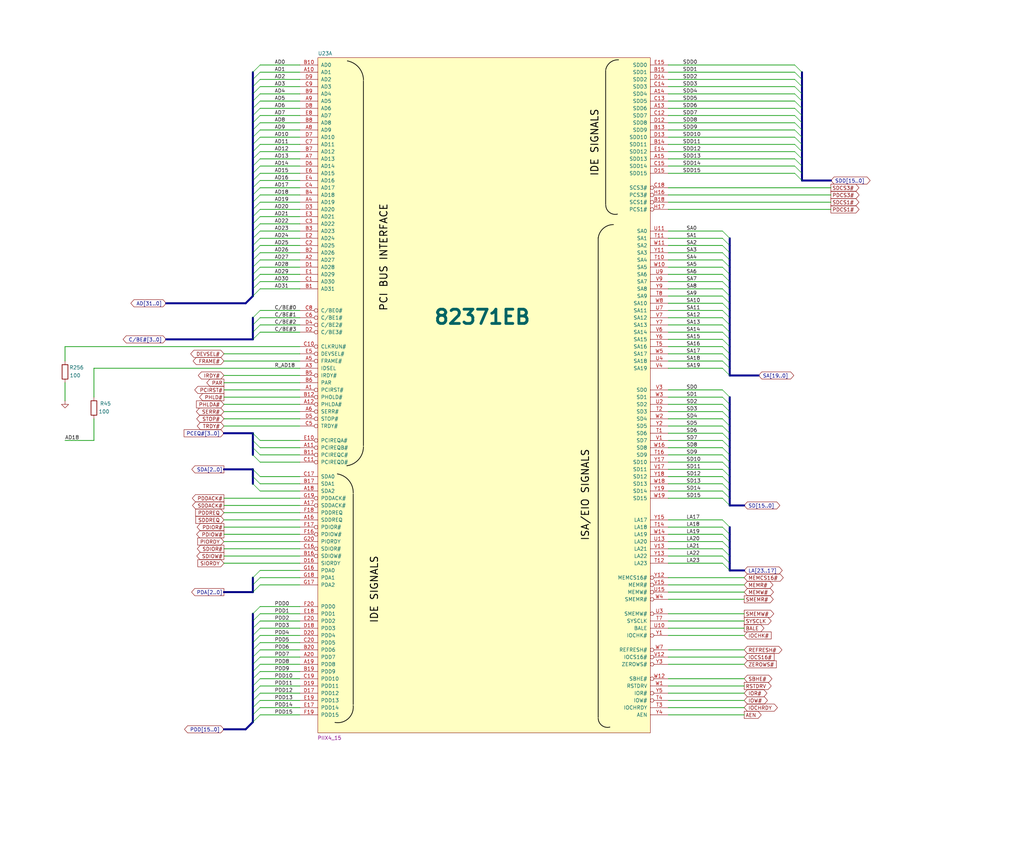
<source format=kicad_sch>
(kicad_sch (version 20241004) (generator "eeschema") (generator_version "8.99")
  (paper "User" 360 300)
  (title_block (title "82371EB (PART I)") (date "Thursday, April 09, 1998") (rev "1.0"))
  (lib_symbols
    (symbol "Device:R" (pin_numbers (hide yes)) (pin_names (offset 0))
      (property "Reference" "R" (at 2.032 0 90))
      (property "Value" "R" (at 0 0 90))
      (symbol "R_1_1"
        (pin passive line (at 0 3.81 270) (length 1.27) (name "~") (number "1"))
        (pin passive line (at 0 -3.81 90) (length 1.27) (name "~") (number "2"))
      )
    )
    (symbol "PIIX4_82371EB_1" (pin_names (offset 1.016))
      (property "Reference" "U" (at -57.15 -123.444 0))
      (symbol "PIIX4_82371EB_1_1_1"
        (text "IDE SIGNALS\n" (at -38.608 -70.104 900) (effects (font (size 2.54 2.54) (thickness 0.3175))))
        (text "PCI BUS INTERFACE" (at -35.306 46.736 900) (effects (font (size 2.54 2.54) (thickness 0.3175))))
        (text "ISA/EIO SIGNALS" (at 35.56 -36.83 900) (effects (font (size 2.54 2.54) (thickness 0.3175))))
        (text "IDE SIGNALS\n" (at 38.862 87.122 900) (effects (font (size 2.54 2.54) (thickness 0.3175))))
        (pin bidirectional line (at -64.77 114.3 0) (length 6.35) (name "AD0") (number "B10"))
        (pin bidirectional line (at -64.77 111.76 0) (length 6.35) (name "AD1") (number "A10"))
        (pin bidirectional line (at -64.77 109.22 0) (length 6.35) (name "AD2") (number "D9"))
        (pin bidirectional line (at -64.77 106.68 0) (length 6.35) (name "AD3") (number "C9"))
        (pin bidirectional line (at -64.77 104.14 0) (length 6.35) (name "AD4") (number "B9"))
        (pin bidirectional line (at -64.77 101.6 0) (length 6.35) (name "AD5") (number "A9"))
        (pin bidirectional line (at -64.77 99.06 0) (length 6.35) (name "AD6") (number "D8"))
        (pin bidirectional line (at -64.77 96.52 0) (length 6.35) (name "AD7") (number "E8"))
        (pin bidirectional line (at -64.77 93.98 0) (length 6.35) (name "AD8") (number "B8"))
        (pin bidirectional line (at -64.77 91.44 0) (length 6.35) (name "AD9") (number "A8"))
        (pin bidirectional line (at -64.77 88.9 0) (length 6.35) (name "AD10") (number "D7"))
        (pin bidirectional line (at -64.77 86.36 0) (length 6.35) (name "AD11") (number "C7"))
        (pin bidirectional line (at -64.77 83.82 0) (length 6.35) (name "AD12") (number "B7"))
        (pin bidirectional line (at -64.77 81.28 0) (length 6.35) (name "AD13") (number "A7"))
        (pin bidirectional line (at -64.77 78.74 0) (length 6.35) (name "AD14") (number "D6"))
        (pin bidirectional line (at -64.77 76.2 0) (length 6.35) (name "AD15") (number "E6"))
        (pin bidirectional line (at -64.77 73.66 0) (length 6.35) (name "AD16") (number "E4"))
        (pin bidirectional line (at -64.77 71.12 0) (length 6.35) (name "AD17") (number "C4"))
        (pin bidirectional line (at -64.77 68.58 0) (length 6.35) (name "AD18") (number "B4"))
        (pin bidirectional line (at -64.77 66.04 0) (length 6.35) (name "AD19") (number "A4"))
        (pin bidirectional line (at -64.77 63.5 0) (length 6.35) (name "AD20") (number "D3"))
        (pin bidirectional line (at -64.77 60.96 0) (length 6.35) (name "AD21") (number "E3"))
        (pin bidirectional line (at -64.77 58.42 0) (length 6.35) (name "AD22") (number "C3"))
        (pin bidirectional line (at -64.77 55.88 0) (length 6.35) (name "AD23") (number "B3"))
        (pin bidirectional line (at -64.77 53.34 0) (length 6.35) (name "AD24") (number "E2"))
        (pin bidirectional line (at -64.77 50.8 0) (length 6.35) (name "AD25") (number "C2"))
        (pin bidirectional line (at -64.77 48.26 0) (length 6.35) (name "AD26") (number "B2"))
        (pin bidirectional line (at -64.77 45.72 0) (length 6.35) (name "AD27") (number "A2"))
        (pin bidirectional line (at -64.77 43.18 0) (length 6.35) (name "AD28") (number "D1"))
        (pin bidirectional line (at -64.77 40.64 0) (length 6.35) (name "AD29") (number "E1"))
        (pin bidirectional line (at -64.77 38.1 0) (length 6.35) (name "AD30") (number "C1"))
        (pin bidirectional line (at -64.77 35.56 0) (length 6.35) (name "AD31") (number "B1"))
        (pin bidirectional inverted (at -64.77 27.94 0) (length 6.35) (name "C/BE0#") (number "C8"))
        (pin bidirectional inverted (at -64.77 25.4 0) (length 6.35) (name "C/BE1#") (number "C6"))
        (pin bidirectional inverted (at -64.77 22.86 0) (length 6.35) (name "C/BE2#") (number "D4"))
        (pin bidirectional inverted (at -64.77 20.32 0) (length 6.35) (name "C/BE3#") (number "D2"))
        (pin bidirectional inverted (at -64.77 15.24 0) (length 6.35) (name "CLKRUN#") (number "C10"))
        (pin bidirectional inverted (at -64.77 12.7 0) (length 6.35) (name "DEVSEL#") (number "E5"))
        (pin bidirectional inverted (at -64.77 10.16 0) (length 6.35) (name "FRAME#") (number "A5"))
        (pin input line (at -64.77 7.62 0) (length 6.35) (name "IDSEL") (number "A3"))
        (pin bidirectional inverted (at -64.77 5.08 0) (length 6.35) (name "IRDY#") (number "B5"))
        (pin output line (at -64.77 2.54 0) (length 6.35) (name "PAR") (number "B6"))
        (pin output inverted (at -64.77 0 0) (length 6.35) (name "PCIRST#") (number "A1"))
        (pin output inverted (at -64.77 -2.54 0) (length 6.35) (name "PHOLD#") (number "B12"))
        (pin input inverted (at -64.77 -5.08 0) (length 6.35) (name "PHLDA#") (number "A12"))
        (pin bidirectional inverted (at -64.77 -7.62 0) (length 6.35) (name "SERR#") (number "A6"))
        (pin bidirectional inverted (at -64.77 -10.16 0) (length 6.35) (name "STOP#") (number "D5"))
        (pin bidirectional inverted (at -64.77 -12.7 0) (length 6.35) (name "TRDY#") (number "C5"))
        (pin input inverted (at -64.77 -17.78 0) (length 6.35) (name "PCIREQA#") (number "E10"))
        (pin input inverted (at -64.77 -20.32 0) (length 6.35) (name "PCIREQB#") (number "A11"))
        (pin input inverted (at -64.77 -22.86 0) (length 6.35) (name "PCIREQC#") (number "B11"))
        (pin input inverted (at -64.77 -25.4 0) (length 6.35) (name "PCIREQD#") (number "C11"))
        (pin output line (at -64.77 -30.48 0) (length 6.35) (name "SDA0") (number "C17"))
        (pin output line (at -64.77 -33.02 0) (length 6.35) (name "SDA1") (number "B17"))
        (pin output line (at -64.77 -35.56 0) (length 6.35) (name "SDA2") (number "A18"))
        (pin output inverted (at -64.77 -38.1 0) (length 6.35) (name "PDDACK#") (number "G19"))
        (pin output inverted (at -64.77 -40.64 0) (length 6.35) (name "SDDACK#") (number "A17"))
        (pin input line (at -64.77 -43.18 0) (length 6.35) (name "PDDREQ") (number "F18"))
        (pin input line (at -64.77 -45.72 0) (length 6.35) (name "SDDREQ") (number "A16"))
        (pin output inverted (at -64.77 -48.26 0) (length 6.35) (name "PDIOR#") (number "F17"))
        (pin output inverted (at -64.77 -50.8 0) (length 6.35) (name "PDIOW#") (number "F16"))
        (pin input line (at -64.77 -53.34 0) (length 6.35) (name "PIORDY") (number "G20"))
        (pin output inverted (at -64.77 -55.88 0) (length 6.35) (name "SDIOR#") (number "C16"))
        (pin output inverted (at -64.77 -58.42 0) (length 6.35) (name "SDIOW#") (number "B16"))
        (pin input line (at -64.77 -60.96 0) (length 6.35) (name "SIORDY") (number "D16"))
        (pin output line (at -64.77 -63.5 0) (length 6.35) (name "PDA0") (number "G16"))
        (pin output line (at -64.77 -66.04 0) (length 6.35) (name "PDA1") (number "G18"))
        (pin output line (at -64.77 -68.58 0) (length 6.35) (name "PDA2") (number "G17"))
        (pin bidirectional line (at -64.77 -76.2 0) (length 6.35) (name "PDD0") (number "F20"))
        (pin bidirectional line (at -64.77 -78.74 0) (length 6.35) (name "PDD1") (number "E18"))
        (pin bidirectional line (at -64.77 -81.28 0) (length 6.35) (name "PDD2") (number "E20"))
        (pin bidirectional line (at -64.77 -83.82 0) (length 6.35) (name "PDD3") (number "D18"))
        (pin bidirectional line (at -64.77 -86.36 0) (length 6.35) (name "PDD4") (number "D20"))
        (pin bidirectional line (at -64.77 -88.9 0) (length 6.35) (name "PDD5") (number "C20"))
        (pin bidirectional line (at -64.77 -91.44 0) (length 6.35) (name "PDD6") (number "B20"))
        (pin bidirectional line (at -64.77 -93.98 0) (length 6.35) (name "PDD7") (number "A20"))
        (pin bidirectional line (at -64.77 -96.52 0) (length 6.35) (name "PDD8") (number "A19"))
        (pin bidirectional line (at -64.77 -99.06 0) (length 6.35) (name "PDD9") (number "B19"))
        (pin bidirectional line (at -64.77 -101.6 0) (length 6.35) (name "PDD10") (number "C19"))
        (pin bidirectional line (at -64.77 -104.14 0) (length 6.35) (name "PDD11") (number "D19"))
        (pin bidirectional line (at -64.77 -106.68 0) (length 6.35) (name "PDD12") (number "D17"))
        (pin bidirectional line (at -64.77 -109.22 0) (length 6.35) (name "PDD13") (number "E19"))
        (pin bidirectional line (at -64.77 -111.76 0) (length 6.35) (name "PDD14") (number "E17"))
        (pin bidirectional line (at -64.77 -114.3 0) (length 6.35) (name "PDD15") (number "F19"))
        (pin bidirectional line (at 64.77 114.3 180) (length 6.35) (name "SDD0") (number "E15"))
        (pin bidirectional line (at 64.77 111.76 180) (length 6.35) (name "SDD1") (number "B15"))
        (pin bidirectional line (at 64.77 109.22 180) (length 6.35) (name "SDD2") (number "D14"))
        (pin bidirectional line (at 64.77 106.68 180) (length 6.35) (name "SDD3") (number "C14"))
        (pin bidirectional line (at 64.77 104.14 180) (length 6.35) (name "SDD4") (number "A14"))
        (pin bidirectional line (at 64.77 101.6 180) (length 6.35) (name "SDD5") (number "C13"))
        (pin bidirectional line (at 64.77 99.06 180) (length 6.35) (name "SDD6") (number "A13"))
        (pin bidirectional line (at 64.77 96.52 180) (length 6.35) (name "SDD7") (number "C12"))
        (pin bidirectional line (at 64.77 93.98 180) (length 6.35) (name "SDD8") (number "D12"))
        (pin bidirectional line (at 64.77 91.44 180) (length 6.35) (name "SDD9") (number "B13"))
        (pin bidirectional line (at 64.77 88.9 180) (length 6.35) (name "SDD10") (number "D13"))
        (pin bidirectional line (at 64.77 86.36 180) (length 6.35) (name "SDD11") (number "B14"))
        (pin bidirectional line (at 64.77 83.82 180) (length 6.35) (name "SDD12") (number "E14"))
        (pin bidirectional line (at 64.77 81.28 180) (length 6.35) (name "SDD13") (number "A15"))
        (pin bidirectional line (at 64.77 78.74 180) (length 6.35) (name "SDD14") (number "C15"))
        (pin bidirectional line (at 64.77 76.2 180) (length 6.35) (name "SDD15") (number "D15"))
        (pin output inverted (at 64.77 71.12 180) (length 6.35) (name "SCS3#") (number "C18"))
        (pin output inverted (at 64.77 68.58 180) (length 6.35) (name "PCS3#") (number "H16"))
        (pin output inverted (at 64.77 66.04 180) (length 6.35) (name "SCS1#") (number "B18"))
        (pin output inverted (at 64.77 63.5 180) (length 6.35) (name "PCS1#") (number "H17"))
        (pin bidirectional line (at 64.77 55.88 180) (length 6.35) (name "SA0") (number "U11"))
        (pin bidirectional line (at 64.77 53.34 180) (length 6.35) (name "SA1") (number "T11"))
        (pin bidirectional line (at 64.77 50.8 180) (length 6.35) (name "SA2") (number "W11"))
        (pin bidirectional line (at 64.77 48.26 180) (length 6.35) (name "SA3") (number "Y11"))
        (pin bidirectional line (at 64.77 45.72 180) (length 6.35) (name "SA4") (number "T10"))
        (pin bidirectional line (at 64.77 43.18 180) (length 6.35) (name "SA5") (number "W10"))
        (pin bidirectional line (at 64.77 40.64 180) (length 6.35) (name "SA6") (number "U9"))
        (pin bidirectional line (at 64.77 38.1 180) (length 6.35) (name "SA7") (number "V9"))
        (pin bidirectional line (at 64.77 35.56 180) (length 6.35) (name "SA8") (number "Y9"))
        (pin bidirectional line (at 64.77 33.02 180) (length 6.35) (name "SA9") (number "T8"))
        (pin bidirectional line (at 64.77 30.48 180) (length 6.35) (name "SA10") (number "W8"))
        (pin bidirectional line (at 64.77 27.94 180) (length 6.35) (name "SA11") (number "U7"))
        (pin bidirectional line (at 64.77 25.4 180) (length 6.35) (name "SA12") (number "V7"))
        (pin bidirectional line (at 64.77 22.86 180) (length 6.35) (name "SA13") (number "Y7"))
        (pin bidirectional line (at 64.77 20.32 180) (length 6.35) (name "SA14") (number "V6"))
        (pin bidirectional line (at 64.77 17.78 180) (length 6.35) (name "SA15") (number "Y6"))
        (pin bidirectional line (at 64.77 15.24 180) (length 6.35) (name "SA16") (number "T5"))
        (pin bidirectional line (at 64.77 12.7 180) (length 6.35) (name "SA17") (number "W5"))
        (pin bidirectional line (at 64.77 10.16 180) (length 6.35) (name "SA18") (number "U4"))
        (pin bidirectional line (at 64.77 7.62 180) (length 6.35) (name "SA19") (number "V4"))
        (pin bidirectional line (at 64.77 0 180) (length 6.35) (name "SD0") (number "V3"))
        (pin bidirectional line (at 64.77 -2.54 180) (length 6.35) (name "SD1") (number "W3"))
        (pin bidirectional line (at 64.77 -5.08 180) (length 6.35) (name "SD2") (number "U2"))
        (pin bidirectional line (at 64.77 -7.62 180) (length 6.35) (name "SD3") (number "T2"))
        (pin bidirectional line (at 64.77 -10.16 180) (length 6.35) (name "SD4") (number "W2"))
        (pin bidirectional line (at 64.77 -12.7 180) (length 6.35) (name "SD5") (number "Y2"))
        (pin bidirectional line (at 64.77 -15.24 180) (length 6.35) (name "SD6") (number "T1"))
        (pin bidirectional line (at 64.77 -17.78 180) (length 6.35) (name "SD7") (number "V1"))
        (pin bidirectional line (at 64.77 -20.32 180) (length 6.35) (name "SD8") (number "W16"))
        (pin bidirectional line (at 64.77 -22.86 180) (length 6.35) (name "SD9") (number "T16"))
        (pin bidirectional line (at 64.77 -25.4 180) (length 6.35) (name "SD10") (number "Y17"))
        (pin bidirectional line (at 64.77 -27.94 180) (length 6.35) (name "SD11") (number "V17"))
        (pin bidirectional line (at 64.77 -30.48 180) (length 6.35) (name "SD12") (number "Y18"))
        (pin bidirectional line (at 64.77 -33.02 180) (length 6.35) (name "SD13") (number "W18"))
        (pin bidirectional line (at 64.77 -35.56 180) (length 6.35) (name "SD14") (number "Y19"))
        (pin bidirectional line (at 64.77 -38.1 180) (length 6.35) (name "SD15") (number "W19"))
        (pin bidirectional line (at 64.77 -45.72 180) (length 6.35) (name "LA17") (number "Y15"))
        (pin bidirectional line (at 64.77 -48.26 180) (length 6.35) (name "LA18") (number "T14"))
        (pin bidirectional line (at 64.77 -50.8 180) (length 6.35) (name "LA19") (number "W14"))
        (pin bidirectional line (at 64.77 -53.34 180) (length 6.35) (name "LA20") (number "U13"))
        (pin bidirectional line (at 64.77 -55.88 180) (length 6.35) (name "LA21") (number "V13"))
        (pin bidirectional line (at 64.77 -58.42 180) (length 6.35) (name "LA22") (number "Y13"))
        (pin bidirectional line (at 64.77 -60.96 180) (length 6.35) (name "LA23") (number "T12"))
        (pin bidirectional inverted (at 64.77 -66.04 180) (length 6.35) (name "MEMCS16#") (number "Y12"))
        (pin bidirectional inverted (at 64.77 -68.58 180) (length 6.35) (name "MEMR#") (number "V15"))
        (pin bidirectional inverted (at 64.77 -71.12 180) (length 6.35) (name "MEMW#") (number "U15"))
        (pin output inverted (at 64.77 -73.66 180) (length 6.35) (name "SMEMR#") (number "W4"))
        (pin output inverted (at 64.77 -78.74 180) (length 6.35) (name "SMEMW#") (number "U3"))
        (pin output line (at 64.77 -81.28 180) (length 6.35) (name "SYSCLK") (number "T7"))
        (pin output line (at 64.77 -83.82 180) (length 6.35) (name "BALE") (number "U10"))
        (pin input inverted (at 64.77 -86.36 180) (length 6.35) (name "IOCHK#") (number "Y1"))
        (pin bidirectional inverted (at 64.77 -91.44 180) (length 6.35) (name "REFRESH#") (number "W7"))
        (pin input inverted (at 64.77 -93.98 180) (length 6.35) (name "IOCS16#") (number "V12"))
        (pin input inverted (at 64.77 -96.52 180) (length 6.35) (name "ZEROWS#") (number "Y3"))
        (pin bidirectional inverted (at 64.77 -101.6 180) (length 6.35) (name "SBHE#") (number "W12"))
        (pin output line (at 64.77 -104.14 180) (length 6.35) (name "RSTDRV") (number "W1"))
        (pin bidirectional inverted (at 64.77 -106.68 180) (length 6.35) (name "IOR#") (number "Y5"))
        (pin bidirectional inverted (at 64.77 -109.22 180) (length 6.35) (name "IOW#") (number "T4"))
        (pin bidirectional line (at 64.77 -111.76 180) (length 6.35) (name "IOCHRDY") (number "T3"))
        (pin output line (at 64.77 -114.3 180) (length 6.35) (name "AEN") (number "Y4"))
      )
      (symbol "PIIX4_82371EB_1_2_1"
        (text "IRQ SIGNALS" (at -29.718 13.462 900) (effects (font (size 2.54 2.54) (thickness 0.3175))))
        (text "CPU INTERFACE" (at -29.464 -37.592 900) (effects (font (size 2.54 2.54) (thickness 0.3175))))
        (text "DMA SIGNALS" (at -29.21 85.344 900) (effects (font (size 2.54 2.54) (thickness 0.3175))))
        (text "X-BUS" (at -24.638 -72.136 900) (effects (font (size 2.54 2.54) (thickness 0.3175))))
        (text "POWER MANAGEMENT" (at 24.892 60.706 900) (effects (font (size 2.54 2.54) (thickness 0.3175))))
        (text "GPO/GPI/GPIO/SCAN" (at 36.576 -36.576 900) (effects (font (size 2.54 2.54) (thickness 0.3175))))
        (text "USB" (at 37.846 104.648 900) (effects (font (size 2.54 2.54) (thickness 0.3175))))
        (pin output inverted (at -60.96 111.76 0) (length 6.35) (name "DACK0#") (number "U14"))
        (pin output inverted (at -60.96 109.22 0) (length 6.35) (name "DACK1#") (number "W6"))
        (pin output inverted (at -60.96 106.68 0) (length 6.35) (name "DACK2#") (number "Y10"))
        (pin output inverted (at -60.96 104.14 0) (length 6.35) (name "DACK3#") (number "V5"))
        (pin output inverted (at -60.96 101.6 0) (length 6.35) (name "DACK5#") (number "T15"))
        (pin output inverted (at -60.96 99.06 0) (length 6.35) (name "DACK6#") (number "V16"))
        (pin output inverted (at -60.96 96.52 0) (length 6.35) (name "DACK7#") (number "W17"))
        (pin input line (at -60.96 91.44 0) (length 6.35) (name "DREQ0") (number "W15"))
        (pin input line (at -60.96 88.9 0) (length 6.35) (name "DREQ1") (number "U6"))
        (pin input line (at -60.96 86.36 0) (length 6.35) (name "DREQ2") (number "V2"))
        (pin input line (at -60.96 83.82 0) (length 6.35) (name "DREQ3") (number "U5"))
        (pin input line (at -60.96 81.28 0) (length 6.35) (name "DREQ5") (number "Y16"))
        (pin input line (at -60.96 78.74 0) (length 6.35) (name "DREQ6") (number "U16"))
        (pin input line (at -60.96 76.2 0) (length 6.35) (name "DREQ7") (number "U17"))
        (pin input inverted (at -60.96 71.12 0) (length 6.35) (name "REQA#/GPI2") (number "M1"))
        (pin input inverted (at -60.96 68.58 0) (length 6.35) (name "REQB#/GPI3") (number "N2"))
        (pin input inverted (at -60.96 66.04 0) (length 6.35) (name "REQC#/GPI4") (number "P3"))
        (pin output inverted (at -60.96 63.5 0) (length 6.35) (name "GNTA#/GPO9") (number "N1"))
        (pin output inverted (at -60.96 60.96 0) (length 6.35) (name "GNTB#/GPO10") (number "P2"))
        (pin output inverted (at -60.96 58.42 0) (length 6.35) (name "GNTC#/GPO11") (number "P4"))
        (pin output line (at -60.96 53.34 0) (length 6.35) (name "TC") (number "V10"))
        (pin output inverted (at -60.96 48.26 0) (length 6.35) (name "APICACK#/GPO12") (number "J17"))
        (pin output inverted (at -60.96 45.72 0) (length 6.35) (name "APICCS#/GPO13") (number "H18"))
        (pin input inverted (at -60.96 43.18 0) (length 6.35) (name "APICREQ#/GPI5") (number "K18"))
        (pin output line (at -60.96 35.56 0) (length 6.35) (name "IRQ0/GPO14") (number "H20"))
        (pin input line (at -60.96 33.02 0) (length 6.35) (name "IRQ1") (number "J20"))
        (pin input line (at -60.96 30.48 0) (length 6.35) (name "IRQ3") (number "T9"))
        (pin input line (at -60.96 27.94 0) (length 6.35) (name "IRQ4") (number "W9"))
        (pin input line (at -60.96 25.4 0) (length 6.35) (name "IRQ5") (number "U8"))
        (pin input line (at -60.96 22.86 0) (length 6.35) (name "IRQ6") (number "V8"))
        (pin input line (at -60.96 20.32 0) (length 6.35) (name "IRQ7") (number "Y8"))
        (pin bidirectional line (at -60.96 17.78 0) (length 6.35) (name "IRQ8/GPI6") (number "Y20"))
        (pin input line (at -60.96 15.24 0) (length 6.35) (name "IRQ9") (number "U1"))
        (pin input line (at -60.96 12.7 0) (length 6.35) (name "IRQ10") (number "U12"))
        (pin input line (at -60.96 10.16 0) (length 6.35) (name "IRQ11") (number "W13"))
        (pin input line (at -60.96 7.62 0) (length 6.35) (name "IRQ12") (number "T13"))
        (pin input line (at -60.96 5.08 0) (length 6.35) (name "IRQ14") (number "V14"))
        (pin input line (at -60.96 2.54 0) (length 6.35) (name "IRQ15") (number "Y14"))
        (pin bidirectional line (at -60.96 -2.54 0) (length 6.35) (name "SERIRQ/GPI7") (number "J19"))
        (pin bidirectional inverted (at -60.96 -5.08 0) (length 6.35) (name "PIRQA#") (number "R3"))
        (pin bidirectional inverted (at -60.96 -7.62 0) (length 6.35) (name "PIRQB#") (number "R4"))
        (pin bidirectional inverted (at -60.96 -10.16 0) (length 6.35) (name "PIRQC#") (number "P5"))
        (pin bidirectional inverted (at -60.96 -12.7 0) (length 6.35) (name "PIRQD#") (number "G1"))
        (pin output line (at -60.96 -20.32 0) (length 6.35) (name "CPURST") (number "M19"))
        (pin input inverted (at -60.96 -22.86 0) (length 6.35) (name "FERR#") (number "K19"))
        (pin output inverted (at -60.96 -25.4 0) (length 6.35) (name "IGNNE#") (number "L17"))
        (pin output line (at -60.96 -27.94 0) (length 6.35) (name "INIT") (number "L18"))
        (pin output line (at -60.96 -30.48 0) (length 6.35) (name "INTR") (number "L19"))
        (pin input line (at -60.96 -33.02 0) (length 6.35) (name "A20GATE") (number "P1"))
        (pin output line (at -60.96 -35.56 0) (length 6.35) (name "NMI") (number "L20"))
        (pin output inverted (at -60.96 -38.1 0) (length 6.35) (name "SMI#") (number "P20"))
        (pin input inverted (at -60.96 -43.18 0) (length 6.35) (name "RCIN#") (number "N20"))
        (pin output inverted (at -60.96 -45.72 0) (length 6.35) (name "A20M#") (number "M20"))
        (pin input line (at -60.96 -48.26 0) (length 6.35) (name "PWROK") (number "M18"))
        (pin output line (at -60.96 -50.8 0) (length 6.35) (name "SPKR") (number "K17"))
        (pin input inverted (at -60.96 -53.34 0) (length 6.35) (name "TEST#") (number "V18"))
        (pin output inverted (at -60.96 -66.04 0) (length 6.35) (name "XOE#") (number "M4"))
        (pin output inverted (at -60.96 -68.58 0) (length 6.35) (name "XDIR#") (number "M3"))
        (pin output inverted (at -60.96 -71.12 0) (length 6.35) (name "BIOSCS#") (number "M2"))
        (pin output line (at -60.96 -73.66 0) (length 6.35) (name "RTCALE/GP025") (number "L1"))
        (pin output inverted (at -60.96 -76.2 0) (length 6.35) (name "RTCCS#/GP024") (number "K2"))
        (pin output inverted (at -60.96 -78.74 0) (length 6.35) (name "KBCCS#/GP026") (number "K1"))
        (pin power_in line (at -60.96 -83.82 0) (length 6.35) (name "VBAT") (number "L16"))
        (pin bidirectional clock (at -60.96 -86.36 0) (length 6.35) (name "RTCX2") (number "R20"))
        (pin bidirectional clock (at -60.96 -88.9 0) (length 6.35) (name "RTCX1") (number "N19"))
        (pin input clock (at -60.96 -96.52 0) (length 6.35) (name "CLK48") (number "L3"))
        (pin input clock (at -60.96 -99.06 0) (length 6.35) (name "OSC") (number "V11"))
        (pin input clock (at -60.96 -101.6 0) (length 6.35) (name "PCICLK") (number "D11"))
        (pin power_in line (at -38.1 -118.11 90) (length 6.35) (name "VSS") (number "D10"))
        (pin power_in line (at -35.56 -118.11 90) (length 6.35) (name "VSS") (number "E7"))
        (pin power_in line (at -33.02 -118.11 90) (length 6.35) (name "VSS") (number "E13"))
        (pin power_in line (at -30.48 -118.11 90) (length 6.35) (name "VSS") (number "J9"))
        (pin power_in line (at -27.94 120.65 270) (length 6.35) (name "VCC") (number "F6"))
        (pin power_in line (at -27.94 -118.11 90) (length 6.35) (name "VSS") (number "J10"))
        (pin power_in line (at -25.4 120.65 270) (length 6.35) (name "VCC") (number "E11"))
        (pin power_in line (at -25.4 -118.11 90) (length 6.35) (name "VSS") (number "J11"))
        (pin power_in line (at -22.86 120.65 270) (length 6.35) (name "VCC") (number "F15"))
        (pin power_in line (at -22.86 -118.11 90) (length 6.35) (name "VSS") (number "J12"))
        (pin power_in line (at -20.32 120.65 270) (length 6.35) (name "VCC") (number "R6"))
        (pin power_in line (at -20.32 -118.11 90) (length 6.35) (name "VSS") (number "K9"))
        (pin power_in line (at -17.78 120.65 270) (length 6.35) (name "VCC") (number "R15"))
        (pin power_in line (at -17.78 -118.11 90) (length 6.35) (name "VSS") (number "K10"))
        (pin power_in line (at -15.24 -118.11 90) (length 6.35) (name "VSS") (number "K11"))
        (pin power_in line (at -12.7 120.65 270) (length 6.35) (name "VCC") (number "E9"))
        (pin power_in line (at -12.7 -118.11 90) (length 6.35) (name "VSS") (number "K12"))
        (pin power_in line (at -10.16 120.65 270) (length 6.35) (name "VCC") (number "E12"))
        (pin power_in line (at -10.16 -118.11 90) (length 6.35) (name "VSS") (number "L9"))
        (pin power_in line (at -7.62 120.65 270) (length 6.35) (name "VCC") (number "E16"))
        (pin power_in line (at -7.62 -118.11 90) (length 6.35) (name "VSS") (number "L10"))
        (pin power_in line (at -5.08 120.65 270) (length 6.35) (name "VCC") (number "F5"))
        (pin power_in line (at -5.08 -118.11 90) (length 6.35) (name "VSS") (number "L11"))
        (pin power_in line (at -2.54 120.65 270) (length 6.35) (name "VCC") (number "F14"))
        (pin power_in line (at -2.54 -118.11 90) (length 6.35) (name "VSS") (number "L12"))
        (pin power_in line (at 0 120.65 270) (length 6.35) (name "VCC") (number "G6"))
        (pin power_in line (at 0 -118.11 90) (length 6.35) (name "VSS") (number "M9"))
        (pin power_in line (at 2.54 120.65 270) (length 6.35) (name "VCC") (number "R7"))
        (pin power_in line (at 2.54 -118.11 90) (length 6.35) (name "VSS") (number "M10"))
        (pin power_in line (at 5.08 120.65 270) (length 6.35) (name "VCC") (number "P15"))
        (pin power_in line (at 5.08 -118.11 90) (length 6.35) (name "VSS") (number "M11"))
        (pin power_in line (at 7.62 120.65 270) (length 6.35) (name "VCC") (number "T6"))
        (pin power_in line (at 7.62 -118.11 90) (length 6.35) (name "VSS") (number "M12"))
        (pin power_in line (at 12.7 -118.11 90) (length 6.35) (name "VSS_USB") (number "J5"))
        (pin power_in line (at 15.24 120.65 270) (length 6.35) (name "VCC(SUS)") (number "R16"))
        (pin power_in line (at 17.78 120.65 270) (length 6.35) (name "VCC(SUS)") (number "N16"))
        (pin power_in line (at 20.32 120.65 270) (length 6.35) (name "VCC(USB)") (number "K5"))
        (pin bidirectional line (at 60.96 111.76 180) (length 6.35) (name "USBP1+") (number "F1"))
        (pin bidirectional line (at 60.96 109.22 180) (length 6.35) (name "USBP1-") (number "H2"))
        (pin bidirectional line (at 60.96 106.68 180) (length 6.35) (name "USBP0+") (number "G2"))
        (pin bidirectional line (at 60.96 104.14 180) (length 6.35) (name "USBP0-") (number "H3"))
        (pin input inverted (at 60.96 101.6 180) (length 6.35) (name "OC0#") (number "J1"))
        (pin input inverted (at 60.96 99.06 180) (length 6.35) (name "OC1#") (number "J2"))
        (pin bidirectional inverted (at 60.96 91.44 180) (length 6.35) (name "EXTSMI#") (number "V20"))
        (pin output inverted (at 60.96 88.9 180) (length 6.35) (name "SUSA#") (number "W20"))
        (pin output inverted (at 60.96 86.36 180) (length 6.35) (name "SUSB#") (number "V19"))
        (pin output inverted (at 60.96 83.82 180) (length 6.35) (name "SUSC#") (number "U18"))
        (pin output inverted (at 60.96 78.74 180) (length 6.35) (name "CPU_STP#") (number "R1"))
        (pin output inverted (at 60.96 76.2 180) (length 6.35) (name "PCI_STP#") (number "R2"))
        (pin output line (at 60.96 73.66 180) (length 6.35) (name "ZZ") (number "K16"))
        (pin input inverted (at 60.96 66.04 180) (length 6.35) (name "GPI8/THERM#") (number "H19"))
        (pin input inverted (at 60.96 63.5 180) (length 6.35) (name "GPI9/BATLOW#") (number "U19"))
        (pin input inverted (at 60.96 60.96 180) (length 6.35) (name "RSMRST#") (number "M17"))
        (pin input inverted (at 60.96 58.42 180) (length 6.35) (name "PWRBTN#") (number "U20"))
        (pin input line (at 60.96 55.88 180) (length 6.35) (name "GPI10/LID") (number "P16"))
        (pin bidirectional line (at 60.96 53.34 180) (length 6.35) (name "SMBDATA") (number "T20"))
        (pin bidirectional line (at 60.96 50.8 180) (length 6.35) (name "SMBCLK") (number "R19"))
        (pin input inverted (at 60.96 48.26 180) (length 6.35) (name "GPI11/SMBALERT#") (number "N17"))
        (pin input inverted (at 60.96 45.72 180) (length 6.35) (name "GPI12/RI#A") (number "P18"))
        (pin output line (at 60.96 35.56 180) (length 6.35) (name "SUSCLK") (number "P17"))
        (pin output inverted (at 60.96 33.02 180) (length 6.35) (name "GPO20/SUS_STAT1#") (number "T17"))
        (pin output inverted (at 60.96 30.48 180) (length 6.35) (name "GPO21/SUS_STAT2#") (number "T18"))
        (pin output inverted (at 60.96 27.94 180) (length 6.35) (name "STPCLK#") (number "J18"))
        (pin output inverted (at 60.96 25.4 180) (length 6.35) (name "SLP#") (number "K20"))
        (pin power_in line (at 60.96 15.24 180) (length 6.35) (name "VREF") (number "J16"))
        (pin input line (at 60.96 2.54 180) (length 6.35) (name "GPI1") (number "P19"))
        (pin input line (at 60.96 0 180) (length 6.35) (name "GPI13") (number "L2"))
        (pin input line (at 60.96 -2.54 180) (length 6.35) (name "GPI14") (number "J3"))
        (pin input line (at 60.96 -5.08 180) (length 6.35) (name "GPI15") (number "L5"))
        (pin input line (at 60.96 -7.62 180) (length 6.35) (name "GPI16") (number "K3"))
        (pin input line (at 60.96 -10.16 180) (length 6.35) (name "GPI17") (number "K4"))
        (pin input line (at 60.96 -12.7 180) (length 6.35) (name "GPI18") (number "H1"))
        (pin input line (at 60.96 -15.24 180) (length 6.35) (name "GPI19") (number "H4"))
        (pin input line (at 60.96 -17.78 180) (length 6.35) (name "GPI20") (number "H5"))
        (pin input line (at 60.96 -20.32 180) (length 6.35) (name "GPI21") (number "G3"))
        (pin output line (at 60.96 -43.18 180) (length 6.35) (name "GPO0") (number "G4"))
        (pin output line (at 60.96 -45.72 180) (length 6.35) (name "GPO8") (number "T19"))
        (pin output line (at 60.96 -48.26 180) (length 6.35) (name "GPO27") (number "G5"))
        (pin output line (at 60.96 -50.8 180) (length 6.35) (name "GPO28") (number "F2"))
        (pin output line (at 60.96 -53.34 180) (length 6.35) (name "GPO29") (number "F3"))
        (pin output line (at 60.96 -55.88 180) (length 6.35) (name "GPO30") (number "F4"))
        (pin output inverted (at 60.96 -63.5 180) (length 6.35) (name "MCCS#") (number "N4"))
        (pin output inverted (at 60.96 -68.58 180) (length 6.35) (name "PCS0#") (number "L4"))
        (pin output inverted (at 60.96 -71.12 180) (length 6.35) (name "PCS1#") (number "N5"))
        (pin no_connect line (at 60.96 -76.2 180) (length 6.35) (name "NC") (number "J4"))
        (pin no_connect line (at 60.96 -78.74 180) (length 6.35) (name "NC") (number "N18"))
        (pin no_connect line (at 60.96 -81.28 180) (length 6.35) (name "NC") (number "N3"))
        (pin no_connect line (at 60.96 -83.82 180) (length 6.35) (name "NC") (number "M5"))
        (pin no_connect line (at 60.96 -86.36 180) (length 6.35) (name "NC") (number "M16"))
        (pin no_connect line (at 60.96 -88.9 180) (length 6.35) (name "NC") (number "R5"))
        (pin input line (at 60.96 -93.98 180) (length 6.35) (name "CONFIG1") (number "R17"))
        (pin input line (at 60.96 -96.52 180) (length 6.35) (name "CONFIG2") (number "R18"))
      )
    )
    (symbol "power:GND" (power) (pin_numbers (hide yes)) (pin_names (offset 0) (hide yes))
      (property "Value" "GND" (at 0 -3.81 0))
      (symbol "GND_1_1"
        (pin power_in line (at 0 0 270) (length 0) (name "~") (number "1"))
      )
    )
  )
  (bus_entry (at 281.94 40.64) (size -2.54 -2.54))
  (bus_entry (at 256.54 132.08) (size -2.54 -2.54))
  (bus_entry (at 88.9 254) (size 2.54 -2.54))
  (bus_entry (at 256.54 187.96) (size -2.54 -2.54))
  (bus_entry (at 256.54 116.84) (size -2.54 -2.54))
  (bus_entry (at 256.54 106.68) (size -2.54 -2.54))
  (bus_entry (at 256.54 88.9) (size -2.54 -2.54))
  (bus_entry (at 88.9 251.46) (size 2.54 -2.54))
  (bus_entry (at 91.44 154.94) (size -2.54 -2.54))
  (bus_entry (at 88.9 96.52) (size 2.54 -2.54))
  (bus_entry (at 256.54 142.24) (size -2.54 -2.54))
  (bus_entry (at 281.94 43.18) (size -2.54 -2.54))
  (bus_entry (at 91.44 157.48) (size -2.54 -2.54))
  (bus_entry (at 88.9 40.64) (size 2.54 -2.54))
  (bus_entry (at 256.54 152.4) (size -2.54 -2.54))
  (bus_entry (at 256.54 111.76) (size -2.54 -2.54))
  (bus_entry (at 88.9 83.82) (size 2.54 -2.54))
  (bus_entry (at 256.54 119.38) (size -2.54 -2.54))
  (bus_entry (at 91.44 172.72) (size -2.54 -2.54))
  (bus_entry (at 88.9 114.3) (size 2.54 -2.54))
  (bus_entry (at 88.9 228.6) (size 2.54 -2.54))
  (bus_entry (at 88.9 55.88) (size 2.54 -2.54))
  (bus_entry (at 88.9 104.14) (size 2.54 -2.54))
  (bus_entry (at 256.54 162.56) (size -2.54 -2.54))
  (bus_entry (at 88.9 58.42) (size 2.54 -2.54))
  (bus_entry (at 88.9 233.68) (size 2.54 -2.54))
  (bus_entry (at 256.54 165.1) (size -2.54 -2.54))
  (bus_entry (at 88.9 220.98) (size 2.54 -2.54))
  (bus_entry (at 91.44 162.56) (size -2.54 -2.54))
  (bus_entry (at 256.54 129.54) (size -2.54 -2.54))
  (bus_entry (at 256.54 99.06) (size -2.54 -2.54))
  (bus_entry (at 256.54 167.64) (size -2.54 -2.54))
  (bus_entry (at 281.94 33.02) (size -2.54 -2.54))
  (bus_entry (at 88.9 248.92) (size 2.54 -2.54))
  (bus_entry (at 281.94 50.8) (size -2.54 -2.54))
  (bus_entry (at 256.54 101.6) (size -2.54 -2.54))
  (bus_entry (at 256.54 83.82) (size -2.54 -2.54))
  (bus_entry (at 256.54 144.78) (size -2.54 -2.54))
  (bus_entry (at 88.9 73.66) (size 2.54 -2.54))
  (bus_entry (at 88.9 111.76) (size 2.54 -2.54))
  (bus_entry (at 256.54 185.42) (size -2.54 -2.54))
  (bus_entry (at 281.94 45.72) (size -2.54 -2.54))
  (bus_entry (at 281.94 35.56) (size -2.54 -2.54))
  (bus_entry (at 88.9 45.72) (size 2.54 -2.54))
  (bus_entry (at 88.9 243.84) (size 2.54 -2.54))
  (bus_entry (at 91.44 167.64) (size -2.54 -2.54))
  (bus_entry (at 256.54 147.32) (size -2.54 -2.54))
  (bus_entry (at 256.54 193.04) (size -2.54 -2.54))
  (bus_entry (at 88.9 88.9) (size 2.54 -2.54))
  (bus_entry (at 256.54 177.8) (size -2.54 -2.54))
  (bus_entry (at 256.54 172.72) (size -2.54 -2.54))
  (bus_entry (at 88.9 68.58) (size 2.54 -2.54))
  (bus_entry (at 256.54 91.44) (size -2.54 -2.54))
  (bus_entry (at 281.94 53.34) (size -2.54 -2.54))
  (bus_entry (at 88.9 119.38) (size 2.54 -2.54))
  (bus_entry (at 256.54 160.02) (size -2.54 -2.54))
  (bus_entry (at 281.94 30.48) (size -2.54 -2.54))
  (bus_entry (at 281.94 38.1) (size -2.54 -2.54))
  (bus_entry (at 88.9 35.56) (size 2.54 -2.54))
  (bus_entry (at 256.54 200.66) (size -2.54 -2.54))
  (bus_entry (at 256.54 198.12) (size -2.54 -2.54))
  (bus_entry (at 256.54 190.5) (size -2.54 -2.54))
  (bus_entry (at 88.9 25.4) (size 2.54 -2.54))
  (bus_entry (at 256.54 154.94) (size -2.54 -2.54))
  (bus_entry (at 88.9 27.94) (size 2.54 -2.54))
  (bus_entry (at 281.94 25.4) (size -2.54 -2.54))
  (bus_entry (at 88.9 99.06) (size 2.54 -2.54))
  (bus_entry (at 88.9 215.9) (size 2.54 -2.54))
  (bus_entry (at 88.9 208.28) (size 2.54 -2.54))
  (bus_entry (at 88.9 205.74) (size 2.54 -2.54))
  (bus_entry (at 256.54 157.48) (size -2.54 -2.54))
  (bus_entry (at 88.9 30.48) (size 2.54 -2.54))
  (bus_entry (at 88.9 236.22) (size 2.54 -2.54))
  (bus_entry (at 88.9 66.04) (size 2.54 -2.54))
  (bus_entry (at 88.9 238.76) (size 2.54 -2.54))
  (bus_entry (at 88.9 246.38) (size 2.54 -2.54))
  (bus_entry (at 88.9 93.98) (size 2.54 -2.54))
  (bus_entry (at 281.94 55.88) (size -2.54 -2.54))
  (bus_entry (at 256.54 96.52) (size -2.54 -2.54))
  (bus_entry (at 281.94 27.94) (size -2.54 -2.54))
  (bus_entry (at 88.9 50.8) (size 2.54 -2.54))
  (bus_entry (at 256.54 114.3) (size -2.54 -2.54))
  (bus_entry (at 88.9 91.44) (size 2.54 -2.54))
  (bus_entry (at 256.54 149.86) (size -2.54 -2.54))
  (bus_entry (at 256.54 124.46) (size -2.54 -2.54))
  (bus_entry (at 88.9 86.36) (size 2.54 -2.54))
  (bus_entry (at 91.44 170.18) (size -2.54 -2.54))
  (bus_entry (at 88.9 81.28) (size 2.54 -2.54))
  (bus_entry (at 256.54 139.7) (size -2.54 -2.54))
  (bus_entry (at 256.54 127) (size -2.54 -2.54))
  (bus_entry (at 88.9 38.1) (size 2.54 -2.54))
  (bus_entry (at 88.9 101.6) (size 2.54 -2.54))
  (bus_entry (at 256.54 86.36) (size -2.54 -2.54))
  (bus_entry (at 88.9 223.52) (size 2.54 -2.54))
  (bus_entry (at 256.54 109.22) (size -2.54 -2.54))
  (bus_entry (at 281.94 58.42) (size -2.54 -2.54))
  (bus_entry (at 281.94 60.96) (size -2.54 -2.54))
  (bus_entry (at 281.94 63.5) (size -2.54 -2.54))
  (bus_entry (at 256.54 175.26) (size -2.54 -2.54))
  (bus_entry (at 88.9 60.96) (size 2.54 -2.54))
  (bus_entry (at 256.54 195.58) (size -2.54 -2.54))
  (bus_entry (at 88.9 43.18) (size 2.54 -2.54))
  (bus_entry (at 256.54 104.14) (size -2.54 -2.54))
  (bus_entry (at 88.9 241.3) (size 2.54 -2.54))
  (bus_entry (at 256.54 93.98) (size -2.54 -2.54))
  (bus_entry (at 88.9 78.74) (size 2.54 -2.54))
  (bus_entry (at 88.9 218.44) (size 2.54 -2.54))
  (bus_entry (at 88.9 71.12) (size 2.54 -2.54))
  (bus_entry (at 88.9 76.2) (size 2.54 -2.54))
  (bus_entry (at 88.9 63.5) (size 2.54 -2.54))
  (bus_entry (at 281.94 48.26) (size -2.54 -2.54))
  (bus_entry (at 256.54 170.18) (size -2.54 -2.54))
  (bus_entry (at 88.9 116.84) (size 2.54 -2.54))
  (bus_entry (at 88.9 231.14) (size 2.54 -2.54))
  (bus_entry (at 91.44 160.02) (size -2.54 -2.54))
  (bus_entry (at 88.9 203.2) (size 2.54 -2.54))
  (bus_entry (at 88.9 48.26) (size 2.54 -2.54))
  (bus_entry (at 88.9 226.06) (size 2.54 -2.54))
  (bus_entry (at 256.54 121.92) (size -2.54 -2.54))
  (bus_entry (at 88.9 33.02) (size 2.54 -2.54))
  (bus_entry (at 88.9 53.34) (size 2.54 -2.54))
  (bus (pts (xy 88.9 58.42) (xy 88.9 60.96)) (stroke (width 0.7)))
  (wire (pts (xy 91.44 91.44) (xy 105.41 91.44)) (stroke (width 0.2385)))
  (wire (pts (xy 91.44 81.28) (xy 105.41 81.28)) (stroke (width 0.2385)))
  (wire (pts (xy 91.44 88.9) (xy 105.41 88.9)) (stroke (width 0.2385)))
  (wire (pts (xy 91.44 218.44) (xy 105.41 218.44)) (stroke (width 0.2385)))
  (bus (pts (xy 281.94 40.64) (xy 281.94 43.18)) (stroke (width 0.7)))
  (wire (pts (xy 234.95 182.88) (xy 254 182.88)) (stroke (width 0.2385)))
  (wire (pts (xy 91.44 38.1) (xy 105.41 38.1)) (stroke (width 0.2385)))
  (wire (pts (xy 91.44 215.9) (xy 105.41 215.9)) (stroke (width 0.2385)))
  (bus (pts (xy 88.9 71.12) (xy 88.9 73.66)) (stroke (width 0.7)))
  (bus (pts (xy 88.9 68.58) (xy 88.9 71.12)) (stroke (width 0.7)))
  (wire (pts (xy 292.1 66.04) (xy 234.95 66.04)) (stroke (width 0.2385)))
  (bus (pts (xy 256.54 111.76) (xy 256.54 114.3)) (stroke (width 0.7)))
  (wire (pts (xy 105.41 157.48) (xy 91.44 157.48)) (stroke (width 0.2385)))
  (wire (pts (xy 91.44 172.72) (xy 105.41 172.72)) (stroke (width 0.2385)))
  (wire (pts (xy 91.44 226.06) (xy 105.41 226.06)) (stroke (width 0.2385)))
  (wire (pts (xy 234.95 187.96) (xy 254 187.96)) (stroke (width 0.2385)))
  (wire (pts (xy 234.95 251.46) (xy 261.62 251.46)) (stroke (width 0.2385)))
  (bus (pts (xy 281.94 25.4) (xy 281.94 27.94)) (stroke (width 0.7)))
  (wire (pts (xy 91.44 243.84) (xy 105.41 243.84)) (stroke (width 0.2385)))
  (wire (pts (xy 234.95 198.12) (xy 254 198.12)) (stroke (width 0.2385)))
  (wire (pts (xy 234.95 68.58) (xy 292.1 68.58)) (stroke (width 0.2385)))
  (wire (pts (xy 234.95 99.06) (xy 254 99.06)) (stroke (width 0.2385)))
  (wire (pts (xy 234.95 86.36) (xy 254 86.36)) (stroke (width 0.2385)))
  (bus (pts (xy 281.94 48.26) (xy 281.94 50.8)) (stroke (width 0.7)))
  (wire (pts (xy 91.44 63.5) (xy 105.41 63.5)) (stroke (width 0.2385)))
  (bus (pts (xy 88.9 228.6) (xy 88.9 231.14)) (stroke (width 0.7)))
  (bus (pts (xy 256.54 160.02) (xy 256.54 162.56)) (stroke (width 0.7)))
  (wire (pts (xy 234.95 154.94) (xy 254 154.94)) (stroke (width 0.2385)))
  (wire (pts (xy 105.41 162.56) (xy 91.44 162.56)) (stroke (width 0.2385)))
  (wire (pts (xy 105.41 127) (xy 78.74 127)) (stroke (width 0.2385)))
  (bus (pts (xy 88.9 226.06) (xy 88.9 228.6)) (stroke (width 0.7)))
  (wire (pts (xy 234.95 195.58) (xy 254 195.58)) (stroke (width 0.2385)))
  (wire (pts (xy 234.95 55.88) (xy 279.4 55.88)) (stroke (width 0.2385)))
  (bus (pts (xy 256.54 86.36) (xy 256.54 88.9)) (stroke (width 0.7)))
  (bus (pts (xy 88.9 86.36) (xy 88.9 88.9)) (stroke (width 0.7)))
  (wire (pts (xy 91.44 248.92) (xy 105.41 248.92)) (stroke (width 0.2385)))
  (wire (pts (xy 91.44 86.36) (xy 105.41 86.36)) (stroke (width 0.2385)))
  (bus (pts (xy 256.54 129.54) (xy 256.54 132.08)) (stroke (width 0.7)))
  (bus (pts (xy 88.9 167.64) (xy 88.9 170.18)) (stroke (width 0.7)))
  (wire (pts (xy 234.95 129.54) (xy 254 129.54)) (stroke (width 0.2385)))
  (wire (pts (xy 91.44 55.88) (xy 105.41 55.88)) (stroke (width 0.2385)))
  (wire (pts (xy 234.95 50.8) (xy 279.4 50.8)) (stroke (width 0.2385)))
  (wire (pts (xy 91.44 233.68) (xy 105.41 233.68)) (stroke (width 0.2385)))
  (wire (pts (xy 234.95 210.82) (xy 261.62 210.82)) (stroke (width 0.2385)))
  (wire (pts (xy 234.95 238.76) (xy 261.62 238.76)) (stroke (width 0.2385)))
  (wire (pts (xy 105.41 182.88) (xy 78.74 182.88)) (stroke (width 0.2385)))
  (wire (pts (xy 234.95 114.3) (xy 254 114.3)) (stroke (width 0.2385)))
  (wire (pts (xy 234.95 170.18) (xy 254 170.18)) (stroke (width 0.2385)))
  (bus (pts (xy 88.9 35.56) (xy 88.9 38.1)) (stroke (width 0.7)))
  (wire (pts (xy 234.95 91.44) (xy 254 91.44)) (stroke (width 0.2385)))
  (bus (pts (xy 88.9 233.68) (xy 88.9 236.22)) (stroke (width 0.7)))
  (wire (pts (xy 91.44 223.52) (xy 105.41 223.52)) (stroke (width 0.2385)))
  (bus (pts (xy 88.9 33.02) (xy 88.9 35.56)) (stroke (width 0.7)))
  (wire (pts (xy 105.41 116.84) (xy 91.44 116.84)) (stroke (width 0.2385)))
  (wire (pts (xy 91.44 236.22) (xy 105.41 236.22)) (stroke (width 0.2385)))
  (bus (pts (xy 88.9 93.98) (xy 88.9 96.52)) (stroke (width 0.7)))
  (wire (pts (xy 91.44 58.42) (xy 105.41 58.42)) (stroke (width 0.2385)))
  (bus (pts (xy 88.9 40.64) (xy 88.9 43.18)) (stroke (width 0.7)))
  (bus (pts (xy 88.9 88.9) (xy 88.9 91.44)) (stroke (width 0.7)))
  (bus (pts (xy 88.9 96.52) (xy 88.9 99.06)) (stroke (width 0.7)))
  (wire (pts (xy 105.41 147.32) (xy 78.74 147.32)) (stroke (width 0.2385)))
  (wire (pts (xy 91.44 205.74) (xy 105.41 205.74)) (stroke (width 0.2385)))
  (wire (pts (xy 91.44 220.98) (xy 105.41 220.98)) (stroke (width 0.2385)))
  (bus (pts (xy 88.9 99.06) (xy 88.9 101.6)) (stroke (width 0.7)))
  (wire (pts (xy 234.95 162.56) (xy 254 162.56)) (stroke (width 0.2385)))
  (bus (pts (xy 88.9 116.84) (xy 88.9 119.38)) (stroke (width 0.7)))
  (wire (pts (xy 234.95 35.56) (xy 279.4 35.56)) (stroke (width 0.2385)))
  (bus (pts (xy 88.9 66.04) (xy 88.9 68.58)) (stroke (width 0.7)))
  (bus (pts (xy 88.9 53.34) (xy 88.9 55.88)) (stroke (width 0.7)))
  (wire (pts (xy 105.41 180.34) (xy 78.74 180.34)) (stroke (width 0.2385)))
  (wire (pts (xy 91.44 99.06) (xy 105.41 99.06)) (stroke (width 0.2385)))
  (wire (pts (xy 234.95 147.32) (xy 254 147.32)) (stroke (width 0.2385)))
  (wire (pts (xy 91.44 101.6) (xy 105.41 101.6)) (stroke (width 0.2385)))
  (bus (pts (xy 281.94 53.34) (xy 281.94 55.88)) (stroke (width 0.7)))
  (bus (pts (xy 256.54 200.66) (xy 261.62 200.66)) (stroke (width 0.7)))
  (bus (pts (xy 256.54 177.8) (xy 261.62 177.8)) (stroke (width 0.7)))
  (wire (pts (xy 234.95 243.84) (xy 261.62 243.84)) (stroke (width 0.2385)))
  (wire (pts (xy 105.41 124.46) (xy 78.74 124.46)) (stroke (width 0.2385)))
  (wire (pts (xy 234.95 121.92) (xy 254 121.92)) (stroke (width 0.2385)))
  (bus (pts (xy 256.54 190.5) (xy 256.54 193.04)) (stroke (width 0.7)))
  (bus (pts (xy 256.54 167.64) (xy 256.54 170.18)) (stroke (width 0.7)))
  (bus (pts (xy 88.9 248.92) (xy 88.9 251.46)) (stroke (width 0.7)))
  (bus (pts (xy 88.9 203.2) (xy 88.9 205.74)) (stroke (width 0.7)))
  (wire (pts (xy 234.95 228.6) (xy 261.62 228.6)) (stroke (width 0.2385)))
  (wire (pts (xy 91.44 53.34) (xy 105.41 53.34)) (stroke (width 0.2385)))
  (bus (pts (xy 88.9 152.4) (xy 88.9 154.94)) (stroke (width 0.7)))
  (wire (pts (xy 91.44 83.82) (xy 105.41 83.82)) (stroke (width 0.2385)))
  (bus (pts (xy 88.9 218.44) (xy 88.9 220.98)) (stroke (width 0.7)))
  (wire (pts (xy 234.95 175.26) (xy 254 175.26)) (stroke (width 0.2385)))
  (wire (pts (xy 91.44 78.74) (xy 105.41 78.74)) (stroke (width 0.2385)))
  (bus (pts (xy 256.54 165.1) (xy 256.54 167.64)) (stroke (width 0.7)))
  (bus (pts (xy 88.9 236.22) (xy 88.9 238.76)) (stroke (width 0.7)))
  (bus (pts (xy 88.9 223.52) (xy 88.9 226.06)) (stroke (width 0.7)))
  (wire (pts (xy 91.44 167.64) (xy 105.41 167.64)) (stroke (width 0.2385)))
  (bus (pts (xy 281.94 43.18) (xy 281.94 45.72)) (stroke (width 0.7)))
  (bus (pts (xy 256.54 119.38) (xy 256.54 121.92)) (stroke (width 0.7)))
  (wire (pts (xy 105.41 144.78) (xy 78.74 144.78)) (stroke (width 0.2385)))
  (wire (pts (xy 105.41 111.76) (xy 91.44 111.76)) (stroke (width 0.2385)))
  (wire (pts (xy 234.95 83.82) (xy 254 83.82)) (stroke (width 0.2385)))
  (wire (pts (xy 91.44 43.18) (xy 105.41 43.18)) (stroke (width 0.2385)))
  (wire (pts (xy 234.95 144.78) (xy 254 144.78)) (stroke (width 0.2385)))
  (bus (pts (xy 256.54 185.42) (xy 256.54 187.96)) (stroke (width 0.7)))
  (wire (pts (xy 91.44 114.3) (xy 105.41 114.3)) (stroke (width 0.2385)))
  (wire (pts (xy 78.74 187.96) (xy 105.41 187.96)) (stroke (width 0.2385)))
  (wire (pts (xy 91.44 109.22) (xy 105.41 109.22)) (stroke (width 0.2385)))
  (bus (pts (xy 256.54 109.22) (xy 256.54 111.76)) (stroke (width 0.7)))
  (wire (pts (xy 292.1 71.12) (xy 234.95 71.12)) (stroke (width 0.2385)))
  (bus (pts (xy 88.9 241.3) (xy 88.9 243.84)) (stroke (width 0.7)))
  (bus (pts (xy 256.54 157.48) (xy 256.54 160.02)) (stroke (width 0.7)))
  (wire (pts (xy 91.44 35.56) (xy 105.41 35.56)) (stroke (width 0.2385)))
  (wire (pts (xy 234.95 152.4) (xy 254 152.4)) (stroke (width 0.2385)))
  (wire (pts (xy 234.95 215.9) (xy 261.62 215.9)) (stroke (width 0.2385)))
  (bus (pts (xy 88.9 254) (xy 86.36 256.54)) (stroke (width 0.7)))
  (bus (pts (xy 256.54 187.96) (xy 256.54 190.5)) (stroke (width 0.7)))
  (wire (pts (xy 234.95 137.16) (xy 254 137.16)) (stroke (width 0.2385)))
  (wire (pts (xy 91.44 170.18) (xy 105.41 170.18)) (stroke (width 0.2385)))
  (wire (pts (xy 91.44 33.02) (xy 105.41 33.02)) (stroke (width 0.2385)))
  (wire (pts (xy 91.44 27.94) (xy 105.41 27.94)) (stroke (width 0.2385)))
  (wire (pts (xy 78.74 195.58) (xy 105.41 195.58)) (stroke (width 0.2385)))
  (wire (pts (xy 234.95 40.64) (xy 279.4 40.64)) (stroke (width 0.2385)))
  (wire (pts (xy 91.44 25.4) (xy 105.41 25.4)) (stroke (width 0.2385)))
  (wire (pts (xy 105.41 134.62) (xy 78.74 134.62)) (stroke (width 0.2385)))
  (bus (pts (xy 88.9 38.1) (xy 88.9 40.64)) (stroke (width 0.7)))
  (wire (pts (xy 261.62 241.3) (xy 234.95 241.3)) (stroke (width 0.2385)))
  (bus (pts (xy 88.9 45.72) (xy 88.9 48.26)) (stroke (width 0.7)))
  (wire (pts (xy 91.44 71.12) (xy 105.41 71.12)) (stroke (width 0.2385)))
  (wire (pts (xy 234.95 30.48) (xy 279.4 30.48)) (stroke (width 0.2385)))
  (wire (pts (xy 234.95 38.1) (xy 279.4 38.1)) (stroke (width 0.2385)))
  (wire (pts (xy 22.86 134.62) (xy 22.86 140.97)) (stroke (width 0.2385)))
  (wire (pts (xy 234.95 43.18) (xy 279.4 43.18)) (stroke (width 0.2385)))
  (wire (pts (xy 33.02 129.54) (xy 33.02 139.7)) (stroke (width 0.2385)))
  (wire (pts (xy 33.02 147.32) (xy 33.02 154.94)) (stroke (width 0.2385)))
  (wire (pts (xy 91.44 251.46) (xy 105.41 251.46)) (stroke (width 0.2385)))
  (wire (pts (xy 234.95 33.02) (xy 279.4 33.02)) (stroke (width 0.2385)))
  (wire (pts (xy 234.95 58.42) (xy 279.4 58.42)) (stroke (width 0.2385)))
  (bus (pts (xy 88.9 55.88) (xy 88.9 58.42)) (stroke (width 0.7)))
  (bus (pts (xy 78.74 208.28) (xy 88.9 208.28)) (stroke (width 0.7)))
  (wire (pts (xy 91.44 48.26) (xy 105.41 48.26)) (stroke (width 0.2385)))
  (bus (pts (xy 256.54 193.04) (xy 256.54 195.58)) (stroke (width 0.7)))
  (wire (pts (xy 234.95 248.92) (xy 261.62 248.92)) (stroke (width 0.2385)))
  (bus (pts (xy 58.42 119.38) (xy 88.9 119.38)) (stroke (width 0.7)))
  (wire (pts (xy 91.44 93.98) (xy 105.41 93.98)) (stroke (width 0.2385)))
  (bus (pts (xy 256.54 175.26) (xy 256.54 177.8)) (stroke (width 0.7)))
  (wire (pts (xy 234.95 104.14) (xy 254 104.14)) (stroke (width 0.2385)))
  (wire (pts (xy 234.95 106.68) (xy 254 106.68)) (stroke (width 0.2385)))
  (bus (pts (xy 88.9 114.3) (xy 88.9 116.84)) (stroke (width 0.7)))
  (bus (pts (xy 88.9 63.5) (xy 88.9 66.04)) (stroke (width 0.7)))
  (wire (pts (xy 105.41 198.12) (xy 78.74 198.12)) (stroke (width 0.2385)))
  (bus (pts (xy 256.54 99.06) (xy 256.54 101.6)) (stroke (width 0.7)))
  (bus (pts (xy 281.94 63.5) (xy 292.1 63.5)) (stroke (width 0.7)))
  (wire (pts (xy 22.86 121.92) (xy 22.86 127)) (stroke (width 0.2385)))
  (wire (pts (xy 234.95 127) (xy 254 127)) (stroke (width 0.2385)))
  (wire (pts (xy 234.95 88.9) (xy 254 88.9)) (stroke (width 0.2385)))
  (wire (pts (xy 234.95 124.46) (xy 254 124.46)) (stroke (width 0.2385)))
  (wire (pts (xy 234.95 167.64) (xy 254 167.64)) (stroke (width 0.2385)))
  (wire (pts (xy 292.1 73.66) (xy 234.95 73.66)) (stroke (width 0.2385)))
  (wire (pts (xy 22.86 154.94) (xy 33.02 154.94)) (stroke (width 0.2385)))
  (wire (pts (xy 234.95 205.74) (xy 261.62 205.74)) (stroke (width 0.2385)))
  (bus (pts (xy 281.94 27.94) (xy 281.94 30.48)) (stroke (width 0.7)))
  (wire (pts (xy 78.74 132.08) (xy 105.41 132.08)) (stroke (width 0.2385)))
  (bus (pts (xy 88.9 27.94) (xy 88.9 30.48)) (stroke (width 0.7)))
  (bus (pts (xy 256.54 172.72) (xy 256.54 175.26)) (stroke (width 0.7)))
  (wire (pts (xy 234.95 25.4) (xy 279.4 25.4)) (stroke (width 0.2385)))
  (bus (pts (xy 256.54 114.3) (xy 256.54 116.84)) (stroke (width 0.7)))
  (wire (pts (xy 234.95 60.96) (xy 279.4 60.96)) (stroke (width 0.2385)))
  (bus (pts (xy 256.54 127) (xy 256.54 129.54)) (stroke (width 0.7)))
  (bus (pts (xy 281.94 55.88) (xy 281.94 58.42)) (stroke (width 0.7)))
  (wire (pts (xy 234.95 116.84) (xy 254 116.84)) (stroke (width 0.2385)))
  (bus (pts (xy 88.9 83.82) (xy 88.9 86.36)) (stroke (width 0.7)))
  (bus (pts (xy 88.9 154.94) (xy 88.9 157.48)) (stroke (width 0.7)))
  (wire (pts (xy 105.41 139.7) (xy 78.74 139.7)) (stroke (width 0.2385)))
  (bus (pts (xy 86.36 106.68) (xy 88.9 104.14)) (stroke (width 0.7)))
  (wire (pts (xy 91.44 45.72) (xy 105.41 45.72)) (stroke (width 0.2385)))
  (bus (pts (xy 88.9 215.9) (xy 88.9 218.44)) (stroke (width 0.7)))
  (wire (pts (xy 78.74 177.8) (xy 105.41 177.8)) (stroke (width 0.2385)))
  (wire (pts (xy 234.95 109.22) (xy 254 109.22)) (stroke (width 0.2385)))
  (wire (pts (xy 91.44 73.66) (xy 105.41 73.66)) (stroke (width 0.2385)))
  (bus (pts (xy 256.54 93.98) (xy 256.54 96.52)) (stroke (width 0.7)))
  (wire (pts (xy 91.44 231.14) (xy 105.41 231.14)) (stroke (width 0.2385)))
  (bus (pts (xy 256.54 104.14) (xy 256.54 106.68)) (stroke (width 0.7)))
  (bus (pts (xy 256.54 91.44) (xy 256.54 93.98)) (stroke (width 0.7)))
  (bus (pts (xy 88.9 251.46) (xy 88.9 254)) (stroke (width 0.7)))
  (bus (pts (xy 88.9 25.4) (xy 88.9 27.94)) (stroke (width 0.7)))
  (wire (pts (xy 105.41 190.5) (xy 78.74 190.5)) (stroke (width 0.2385)))
  (bus (pts (xy 256.54 96.52) (xy 256.54 99.06)) (stroke (width 0.7)))
  (bus (pts (xy 256.54 106.68) (xy 256.54 109.22)) (stroke (width 0.7)))
  (bus (pts (xy 256.54 132.08) (xy 266.7 132.08)) (stroke (width 0.7)))
  (wire (pts (xy 91.44 68.58) (xy 105.41 68.58)) (stroke (width 0.2385)))
  (wire (pts (xy 234.95 165.1) (xy 254 165.1)) (stroke (width 0.2385)))
  (wire (pts (xy 234.95 139.7) (xy 254 139.7)) (stroke (width 0.2385)))
  (wire (pts (xy 91.44 40.64) (xy 105.41 40.64)) (stroke (width 0.2385)))
  (wire (pts (xy 234.95 81.28) (xy 254 81.28)) (stroke (width 0.2385)))
  (wire (pts (xy 234.95 157.48) (xy 254 157.48)) (stroke (width 0.2385)))
  (bus (pts (xy 281.94 33.02) (xy 281.94 35.56)) (stroke (width 0.7)))
  (wire (pts (xy 33.02 129.54) (xy 105.41 129.54)) (stroke (width 0.2385)))
  (wire (pts (xy 78.74 193.04) (xy 105.41 193.04)) (stroke (width 0.2385)))
  (wire (pts (xy 91.44 228.6) (xy 105.41 228.6)) (stroke (width 0.2385)))
  (bus (pts (xy 256.54 142.24) (xy 256.54 144.78)) (stroke (width 0.7)))
  (bus (pts (xy 281.94 50.8) (xy 281.94 53.34)) (stroke (width 0.7)))
  (wire (pts (xy 234.95 190.5) (xy 254 190.5)) (stroke (width 0.2385)))
  (wire (pts (xy 234.95 203.2) (xy 261.62 203.2)) (stroke (width 0.2385)))
  (wire (pts (xy 234.95 111.76) (xy 254 111.76)) (stroke (width 0.2385)))
  (wire (pts (xy 261.62 220.98) (xy 234.95 220.98)) (stroke (width 0.2385)))
  (wire (pts (xy 91.44 203.2) (xy 105.41 203.2)) (stroke (width 0.2385)))
  (bus (pts (xy 88.9 81.28) (xy 88.9 83.82)) (stroke (width 0.7)))
  (wire (pts (xy 234.95 231.14) (xy 261.62 231.14)) (stroke (width 0.2385)))
  (wire (pts (xy 234.95 93.98) (xy 254 93.98)) (stroke (width 0.2385)))
  (bus (pts (xy 88.9 76.2) (xy 88.9 78.74)) (stroke (width 0.7)))
  (wire (pts (xy 234.95 96.52) (xy 254 96.52)) (stroke (width 0.2385)))
  (wire (pts (xy 234.95 22.86) (xy 279.4 22.86)) (stroke (width 0.2385)))
  (bus (pts (xy 281.94 45.72) (xy 281.94 48.26)) (stroke (width 0.7)))
  (wire (pts (xy 91.44 200.66) (xy 105.41 200.66)) (stroke (width 0.2385)))
  (bus (pts (xy 256.54 88.9) (xy 256.54 91.44)) (stroke (width 0.7)))
  (wire (pts (xy 91.44 66.04) (xy 105.41 66.04)) (stroke (width 0.2385)))
  (bus (pts (xy 281.94 60.96) (xy 281.94 63.5)) (stroke (width 0.7)))
  (bus (pts (xy 88.9 60.96) (xy 88.9 63.5)) (stroke (width 0.7)))
  (bus (pts (xy 256.54 170.18) (xy 256.54 172.72)) (stroke (width 0.7)))
  (wire (pts (xy 91.44 60.96) (xy 105.41 60.96)) (stroke (width 0.2385)))
  (bus (pts (xy 256.54 83.82) (xy 256.54 86.36)) (stroke (width 0.7)))
  (wire (pts (xy 234.95 172.72) (xy 254 172.72)) (stroke (width 0.2385)))
  (bus (pts (xy 88.9 78.74) (xy 88.9 81.28)) (stroke (width 0.7)))
  (bus (pts (xy 281.94 58.42) (xy 281.94 60.96)) (stroke (width 0.7)))
  (bus (pts (xy 281.94 38.1) (xy 281.94 40.64)) (stroke (width 0.7)))
  (bus (pts (xy 256.54 147.32) (xy 256.54 149.86)) (stroke (width 0.7)))
  (wire (pts (xy 91.44 246.38) (xy 105.41 246.38)) (stroke (width 0.2385)))
  (bus (pts (xy 58.42 106.68) (xy 86.36 106.68)) (stroke (width 0.7)))
  (wire (pts (xy 105.41 149.86) (xy 78.74 149.86)) (stroke (width 0.2385)))
  (wire (pts (xy 105.41 160.02) (xy 91.44 160.02)) (stroke (width 0.2385)))
  (bus (pts (xy 256.54 154.94) (xy 256.54 157.48)) (stroke (width 0.7)))
  (bus (pts (xy 256.54 162.56) (xy 256.54 165.1)) (stroke (width 0.7)))
  (wire (pts (xy 22.86 121.92) (xy 105.41 121.92)) (stroke (width 0.2385)))
  (bus (pts (xy 78.74 152.4) (xy 88.9 152.4)) (stroke (width 0.7)))
  (wire (pts (xy 234.95 53.34) (xy 279.4 53.34)) (stroke (width 0.2385)))
  (bus (pts (xy 88.9 101.6) (xy 88.9 104.14)) (stroke (width 0.7)))
  (bus (pts (xy 88.9 157.48) (xy 88.9 160.02)) (stroke (width 0.7)))
  (wire (pts (xy 91.44 30.48) (xy 105.41 30.48)) (stroke (width 0.2385)))
  (bus (pts (xy 88.9 205.74) (xy 88.9 208.28)) (stroke (width 0.7)))
  (wire (pts (xy 91.44 238.76) (xy 105.41 238.76)) (stroke (width 0.2385)))
  (wire (pts (xy 261.62 246.38) (xy 234.95 246.38)) (stroke (width 0.2385)))
  (wire (pts (xy 234.95 233.68) (xy 261.62 233.68)) (stroke (width 0.2385)))
  (bus (pts (xy 256.54 195.58) (xy 256.54 198.12)) (stroke (width 0.7)))
  (wire (pts (xy 234.95 160.02) (xy 254 160.02)) (stroke (width 0.2385)))
  (bus (pts (xy 256.54 101.6) (xy 256.54 104.14)) (stroke (width 0.7)))
  (wire (pts (xy 105.41 142.24) (xy 78.74 142.24)) (stroke (width 0.2385)))
  (bus (pts (xy 88.9 30.48) (xy 88.9 33.02)) (stroke (width 0.7)))
  (wire (pts (xy 91.44 76.2) (xy 105.41 76.2)) (stroke (width 0.2385)))
  (wire (pts (xy 78.74 175.26) (xy 105.41 175.26)) (stroke (width 0.2385)))
  (wire (pts (xy 234.95 142.24) (xy 254 142.24)) (stroke (width 0.2385)))
  (wire (pts (xy 234.95 149.86) (xy 254 149.86)) (stroke (width 0.2385)))
  (bus (pts (xy 256.54 124.46) (xy 256.54 127)) (stroke (width 0.7)))
  (bus (pts (xy 88.9 231.14) (xy 88.9 233.68)) (stroke (width 0.7)))
  (bus (pts (xy 78.74 165.1) (xy 88.9 165.1)) (stroke (width 0.7)))
  (wire (pts (xy 91.44 96.52) (xy 105.41 96.52)) (stroke (width 0.2385)))
  (wire (pts (xy 105.41 137.16) (xy 78.74 137.16)) (stroke (width 0.2385)))
  (bus (pts (xy 256.54 152.4) (xy 256.54 154.94)) (stroke (width 0.7)))
  (wire (pts (xy 234.95 101.6) (xy 254 101.6)) (stroke (width 0.2385)))
  (bus (pts (xy 256.54 144.78) (xy 256.54 147.32)) (stroke (width 0.7)))
  (bus (pts (xy 88.9 73.66) (xy 88.9 76.2)) (stroke (width 0.7)))
  (bus (pts (xy 88.9 246.38) (xy 88.9 248.92)) (stroke (width 0.7)))
  (bus (pts (xy 88.9 220.98) (xy 88.9 223.52)) (stroke (width 0.7)))
  (bus (pts (xy 88.9 243.84) (xy 88.9 246.38)) (stroke (width 0.7)))
  (bus (pts (xy 88.9 48.26) (xy 88.9 50.8)) (stroke (width 0.7)))
  (wire (pts (xy 234.95 208.28) (xy 261.62 208.28)) (stroke (width 0.2385)))
  (bus (pts (xy 88.9 111.76) (xy 88.9 114.3)) (stroke (width 0.7)))
  (wire (pts (xy 91.44 213.36) (xy 105.41 213.36)) (stroke (width 0.2385)))
  (wire (pts (xy 91.44 50.8) (xy 105.41 50.8)) (stroke (width 0.2385)))
  (bus (pts (xy 281.94 30.48) (xy 281.94 33.02)) (stroke (width 0.7)))
  (wire (pts (xy 91.44 22.86) (xy 105.41 22.86)) (stroke (width 0.2385)))
  (wire (pts (xy 234.95 27.94) (xy 279.4 27.94)) (stroke (width 0.2385)))
  (bus (pts (xy 88.9 43.18) (xy 88.9 45.72)) (stroke (width 0.7)))
  (wire (pts (xy 234.95 193.04) (xy 254 193.04)) (stroke (width 0.2385)))
  (bus (pts (xy 88.9 91.44) (xy 88.9 93.98)) (stroke (width 0.7)))
  (bus (pts (xy 88.9 165.1) (xy 88.9 167.64)) (stroke (width 0.7)))
  (bus (pts (xy 256.54 139.7) (xy 256.54 142.24)) (stroke (width 0.7)))
  (wire (pts (xy 78.74 185.42) (xy 105.41 185.42)) (stroke (width 0.2385)))
  (bus (pts (xy 256.54 149.86) (xy 256.54 152.4)) (stroke (width 0.7)))
  (bus (pts (xy 88.9 238.76) (xy 88.9 241.3)) (stroke (width 0.7)))
  (wire (pts (xy 234.95 218.44) (xy 261.62 218.44)) (stroke (width 0.2385)))
  (wire (pts (xy 234.95 119.38) (xy 254 119.38)) (stroke (width 0.2385)))
  (wire (pts (xy 234.95 48.26) (xy 279.4 48.26)) (stroke (width 0.2385)))
  (wire (pts (xy 105.41 154.94) (xy 91.44 154.94)) (stroke (width 0.2385)))
  (bus (pts (xy 88.9 50.8) (xy 88.9 53.34)) (stroke (width 0.7)))
  (wire (pts (xy 91.44 241.3) (xy 105.41 241.3)) (stroke (width 0.2385)))
  (bus (pts (xy 281.94 35.56) (xy 281.94 38.1)) (stroke (width 0.7)))
  (wire (pts (xy 234.95 185.42) (xy 254 185.42)) (stroke (width 0.2385)))
  (bus (pts (xy 256.54 116.84) (xy 256.54 119.38)) (stroke (width 0.7)))
  (wire (pts (xy 261.62 223.52) (xy 234.95 223.52)) (stroke (width 0.2385)))
  (bus (pts (xy 256.54 121.92) (xy 256.54 124.46)) (stroke (width 0.7)))
  (bus (pts (xy 78.74 256.54) (xy 86.36 256.54)) (stroke (width 0.7)))
  (bus (pts (xy 256.54 198.12) (xy 256.54 200.66)) (stroke (width 0.7)))
  (wire (pts (xy 234.95 45.72) (xy 279.4 45.72)) (stroke (width 0.2385)))
  (label "SDD1" (at 240.03 25.4 0))
  (label "AD4" (at 96.52 33.02 0))
  (label "AD25" (at 96.52 86.36 0))
  (label "SDD3" (at 240.03 30.48 0))
  (label "SDD9" (at 240.03 45.72 0))
  (label "SD6" (at 241.3 152.4 0))
  (label "AD17" (at 96.52 66.04 0))
  (label "PDD14" (at 96.52 248.92 0))
  (label "SDD10" (at 240.03 48.26 0))
  (label "SA12" (at 241.3 111.76 0))
  (label "C{slash}BE#1" (at 96.52 111.76 0))
  (label "AD19" (at 96.52 71.12 0))
  (label "SDD6" (at 240.03 38.1 0))
  (label "SD5" (at 241.3 149.86 0))
  (label "PDD13" (at 96.52 246.38 0))
  (label "R_AD18" (at 96.52 129.54 0))
  (label "AD7" (at 96.52 40.64 0))
  (label "SDD4" (at 240.03 33.02 0))
  (label "AD0" (at 96.52 22.86 0))
  (label "SDD2" (at 240.03 27.94 0))
  (label "SA17" (at 241.3 124.46 0))
  (label "SD9" (at 241.3 160.02 0))
  (label "SA1" (at 241.3 83.82 0))
  (label "C{slash}BE#2" (at 96.52 114.3 0))
  (label "PDD1" (at 96.52 215.9 0))
  (label "SA8" (at 241.3 101.6 0))
  (label "PDD12" (at 96.52 243.84 0))
  (label "AD10" (at 96.52 48.26 0))
  (label "PDD11" (at 96.52 241.3 0))
  (label "SD12" (at 241.3 167.64 0))
  (label "SA0" (at 241.3 81.28 0))
  (label "SDD14" (at 240.03 58.42 0))
  (label "AD27" (at 96.52 91.44 0))
  (label "SDD0" (at 240.03 22.86 0))
  (label "SA19" (at 241.3 129.54 0))
  (label "SD10" (at 241.3 162.56 0))
  (label "AD14" (at 96.52 58.42 0))
  (label "SDD7" (at 240.03 40.64 0))
  (label "LA19" (at 241.3 187.96 0))
  (label "AD18" (at 22.86 154.94 0))
  (label "AD6" (at 96.52 38.1 0))
  (label "LA20" (at 241.3 190.5 0))
  (label "SA14" (at 241.3 116.84 0))
  (label "AD1" (at 96.52 25.4 0))
  (label "AD28" (at 96.52 93.98 0))
  (label "SDD15" (at 240.03 60.96 0))
  (label "SA16" (at 241.3 121.92 0))
  (label "LA22" (at 241.3 195.58 0))
  (label "SA15" (at 241.3 119.38 0))
  (label "SA6" (at 241.3 96.52 0))
  (label "AD29" (at 96.52 96.52 0))
  (label "SD1" (at 241.3 139.7 0))
  (label "SA7" (at 241.3 99.06 0))
  (label "SA10" (at 241.3 106.68 0))
  (label "AD23" (at 96.52 81.28 0))
  (label "LA23" (at 241.3 198.12 0))
  (label "SD4" (at 241.3 147.32 0))
  (label "AD26" (at 96.52 88.9 0))
  (label "SD7" (at 241.3 154.94 0))
  (label "AD21" (at 96.52 76.2 0))
  (label "AD16" (at 96.52 63.5 0))
  (label "PDD3" (at 96.52 220.98 0))
  (label "SA18" (at 241.3 127 0))
  (label "AD20" (at 96.52 73.66 0))
  (label "LA21" (at 241.3 193.04 0))
  (label "SA13" (at 241.3 114.3 0))
  (label "SDD11" (at 240.03 50.8 0))
  (label "SA11" (at 241.3 109.22 0))
  (label "SA2" (at 241.3 86.36 0))
  (label "C{slash}BE#3" (at 96.52 116.84 0))
  (label "PDD9" (at 96.52 236.22 0))
  (label "AD9" (at 96.52 45.72 0))
  (label "AD18" (at 96.52 68.58 0))
  (label "AD13" (at 96.52 55.88 0))
  (label "PDD0" (at 96.52 213.36 0))
  (label "PDD15" (at 96.52 251.46 0))
  (label "LA18" (at 241.3 185.42 0))
  (label "PDD5" (at 96.52 226.06 0))
  (label "PDD10" (at 96.52 238.76 0))
  (label "SD2" (at 241.3 142.24 0))
  (label "AD12" (at 96.52 53.34 0))
  (label "SD3" (at 241.3 144.78 0))
  (label "SDD12" (at 240.03 53.34 0))
  (label "AD31" (at 96.52 101.6 0))
  (label "AD2" (at 96.52 27.94 0))
  (label "PDD6" (at 96.52 228.6 0))
  (label "LA17" (at 241.3 182.88 0))
  (label "AD22" (at 96.52 78.74 0))
  (label "SDD5" (at 240.03 35.56 0))
  (label "PDD4" (at 96.52 223.52 0))
  (label "PDD2" (at 96.52 218.44 0))
  (label "SA3" (at 241.3 88.9 0))
  (label "AD24" (at 96.52 83.82 0))
  (label "PDD7" (at 96.52 231.14 0))
  (label "C{slash}BE#0" (at 96.52 109.22 0))
  (label "SD0" (at 241.3 137.16 0))
  (label "AD11" (at 96.52 50.8 0))
  (label "SA5" (at 241.3 93.98 0))
  (label "SD14" (at 241.3 172.72 0))
  (label "SA4" (at 241.3 91.44 0))
  (label "AD8" (at 96.52 43.18 0))
  (label "SD11" (at 241.3 165.1 0))
  (label "AD30" (at 96.52 99.06 0))
  (label "PDD8" (at 96.52 233.68 0))
  (label "SD13" (at 241.3 170.18 0))
  (label "SDD8" (at 240.03 43.18 0))
  (label "AD15" (at 96.52 60.96 0))
  (label "AD3" (at 96.52 30.48 0))
  (label "AD5" (at 96.52 35.56 0))
  (label "SD15" (at 241.3 175.26 0))
  (label "SDD13" (at 240.03 55.88 0))
  (label "SA9" (at 241.3 104.14 0))
  (label "SD8" (at 241.3 157.48 0))
  (global_label "PAR" (shape output) (at 78.74 134.62 180) (property "Intersheetrefs" "${INTERSHEET_REFS}" (effects (hide yes))))
  (global_label "FRAME#" (shape bidirectional) (at 78.74 127 180) (property "Intersheetrefs" "${INTERSHEET_REFS}" (effects (hide yes))))
  (global_label "SYSCLK" (shape output) (at 261.62 218.44 0) (property "Intersheetrefs" "${INTERSHEET_REFS}" (effects (hide yes))))
  (global_label "TRDY#" (shape bidirectional) (at 78.74 149.86 180) (property "Intersheetrefs" "${INTERSHEET_REFS}" (effects (hide yes))))
  (global_label "PDCS3#" (shape output) (at 292.1 68.58 0) (property "Intersheetrefs" "${INTERSHEET_REFS}" (effects (hide yes))))
  (global_label "SDIOR#" (shape output) (at 78.74 193.04 180) (property "Intersheetrefs" "${INTERSHEET_REFS}" (effects (hide yes))))
  (global_label "DEVSEL#" (shape bidirectional) (at 78.74 124.46 180) (property "Intersheetrefs" "${INTERSHEET_REFS}" (effects (hide yes))))
  (global_label "IOCS16#" (shape input) (at 261.62 231.14 0) (property "Intersheetrefs" "${INTERSHEET_REFS}" (effects (hide yes))))
  (global_label "IOW#" (shape bidirectional) (at 261.62 246.38 0) (property "Intersheetrefs" "${INTERSHEET_REFS}" (effects (hide yes))))
  (global_label "SDCS1#" (shape output) (at 292.1 71.12 0) (property "Intersheetrefs" "${INTERSHEET_REFS}" (effects (hide yes))))
  (global_label "SDA[2..0]" (shape output) (at 78.74 165.1 180) (property "Intersheetrefs" "${INTERSHEET_REFS}" (effects (hide yes))))
  (global_label "SDDACK#" (shape output) (at 78.74 177.8 180) (property "Intersheetrefs" "${INTERSHEET_REFS}" (effects (hide yes))))
  (global_label "PDA[2..0]" (shape output) (at 78.74 208.28 180) (property "Intersheetrefs" "${INTERSHEET_REFS}" (effects (hide yes))))
  (global_label "SA[19..0]" (shape bidirectional) (at 266.7 132.08 0) (property "Intersheetrefs" "${INTERSHEET_REFS}" (effects (hide yes))))
  (global_label "AD[31..0]" (shape bidirectional) (at 58.42 106.68 180) (property "Intersheetrefs" "${INTERSHEET_REFS}" (effects (hide yes))))
  (global_label "IOCHK#" (shape input) (at 261.62 223.52 0) (property "Intersheetrefs" "${INTERSHEET_REFS}" (effects (hide yes))))
  (global_label "SERR#" (shape bidirectional) (at 78.74 144.78 180) (property "Intersheetrefs" "${INTERSHEET_REFS}" (effects (hide yes))))
  (global_label "ZEROWS#" (shape input) (at 261.62 233.68 0) (property "Intersheetrefs" "${INTERSHEET_REFS}" (effects (hide yes))))
  (global_label "MEMW#" (shape bidirectional) (at 261.62 208.28 0) (property "Intersheetrefs" "${INTERSHEET_REFS}" (effects (hide yes))))
  (global_label "MEMCS16#" (shape bidirectional) (at 261.62 203.2 0) (property "Intersheetrefs" "${INTERSHEET_REFS}" (effects (hide yes))))
  (global_label "IOR#" (shape bidirectional) (at 261.62 243.84 0) (property "Intersheetrefs" "${INTERSHEET_REFS}" (effects (hide yes))))
  (global_label "PDIOW#" (shape output) (at 78.74 187.96 180) (property "Intersheetrefs" "${INTERSHEET_REFS}" (effects (hide yes))))
  (global_label "MEMR#" (shape bidirectional) (at 261.62 205.74 0) (property "Intersheetrefs" "${INTERSHEET_REFS}" (effects (hide yes))))
  (global_label "SIORDY" (shape input) (at 78.74 198.12 180) (property "Intersheetrefs" "${INTERSHEET_REFS}" (effects (hide yes))))
  (global_label "BALE" (shape output) (at 261.62 220.98 0) (property "Intersheetrefs" "${INTERSHEET_REFS}" (effects (hide yes))))
  (global_label "STOP#" (shape bidirectional) (at 78.74 147.32 180) (property "Intersheetrefs" "${INTERSHEET_REFS}" (effects (hide yes))))
  (global_label "PCEQ#[3..0]" (shape input) (at 78.74 152.4 180) (property "Intersheetrefs" "${INTERSHEET_REFS}" (effects (hide yes))))
  (global_label "PIORDY" (shape input) (at 78.74 190.5 180) (property "Intersheetrefs" "${INTERSHEET_REFS}" (effects (hide yes))))
  (global_label "SD[15..0]" (shape bidirectional) (at 261.62 177.8 0) (property "Intersheetrefs" "${INTERSHEET_REFS}" (effects (hide yes))))
  (global_label "PDDREQ" (shape input) (at 78.74 180.34 180) (property "Intersheetrefs" "${INTERSHEET_REFS}" (effects (hide yes))))
  (global_label "PCIRST#" (shape output) (at 78.74 137.16 180) (property "Intersheetrefs" "${INTERSHEET_REFS}" (effects (hide yes))))
  (global_label "PDCS1#" (shape output) (at 292.1 73.66 0) (property "Intersheetrefs" "${INTERSHEET_REFS}" (effects (hide yes))))
  (global_label "SMEMW#" (shape output) (at 261.62 215.9 0) (property "Intersheetrefs" "${INTERSHEET_REFS}" (effects (hide yes))))
  (global_label "PDDACK#" (shape output) (at 78.74 175.26 180) (property "Intersheetrefs" "${INTERSHEET_REFS}" (effects (hide yes))))
  (global_label "RSTDRV" (shape output) (at 261.62 241.3 0) (property "Intersheetrefs" "${INTERSHEET_REFS}" (effects (hide yes))))
  (global_label "SDIOW#" (shape output) (at 78.74 195.58 180) (property "Intersheetrefs" "${INTERSHEET_REFS}" (effects (hide yes))))
  (global_label "REFRESH#" (shape bidirectional) (at 261.62 228.6 0) (property "Intersheetrefs" "${INTERSHEET_REFS}" (effects (hide yes))))
  (global_label "PHLD#" (shape output) (at 78.74 139.7 180) (property "Intersheetrefs" "${INTERSHEET_REFS}" (effects (hide yes))))
  (global_label "C{slash}BE#[3..0]" (shape bidirectional) (at 58.42 119.38 180) (property "Intersheetrefs" "${INTERSHEET_REFS}" (effects (hide yes))))
  (global_label "SBHE#" (shape bidirectional) (at 261.62 238.76 0) (property "Intersheetrefs" "${INTERSHEET_REFS}" (effects (hide yes))))
  (global_label "SMEMR#" (shape output) (at 261.62 210.82 0) (property "Intersheetrefs" "${INTERSHEET_REFS}" (effects (hide yes))))
  (global_label "IRDY#" (shape bidirectional) (at 78.74 132.08 180) (property "Intersheetrefs" "${INTERSHEET_REFS}" (effects (hide yes))))
  (global_label "SDD[15..0]" (shape bidirectional) (at 292.1 63.5 0) (property "Intersheetrefs" "${INTERSHEET_REFS}" (effects (hide yes))))
  (global_label "PDIOR#" (shape output) (at 78.74 185.42 180) (property "Intersheetrefs" "${INTERSHEET_REFS}" (effects (hide yes))))
  (global_label "AEN" (shape output) (at 261.62 251.46 0) (property "Intersheetrefs" "${INTERSHEET_REFS}" (effects (hide yes))))
  (global_label "IOCHRDY" (shape bidirectional) (at 261.62 248.92 0) (property "Intersheetrefs" "${INTERSHEET_REFS}" (effects (hide yes))))
  (global_label "SDDREQ" (shape input) (at 78.74 182.88 180) (property "Intersheetrefs" "${INTERSHEET_REFS}" (effects (hide yes))))
  (global_label "PDD[15..0]" (shape bidirectional) (at 78.74 256.54 180) (property "Intersheetrefs" "${INTERSHEET_REFS}" (effects (hide yes))))
  (global_label "SDCS3#" (shape output) (at 292.1 66.04 0) (property "Intersheetrefs" "${INTERSHEET_REFS}" (effects (hide yes))))
  (global_label "PHLDA#" (shape input) (at 78.74 142.24 180) (property "Intersheetrefs" "${INTERSHEET_REFS}" (effects (hide yes))))
  (global_label "LA[23..17]" (shape bidirectional) (at 261.62 200.66 0) (property "Intersheetrefs" "${INTERSHEET_REFS}" (effects (hide yes))))
  (symbol (lib_id "Device:R") (at 33.02 143.51 180) (unit 1)
    (property "Reference" "R45" (at 37.084 141.986 0))
    (property "Value" "100" (at 36.576 144.78 0))
    (property "Footprint" "Resistor_SMD:R_0201_0603Metric" (effects (hide yes)))
    (property "Description" "Resistor" (effects (hide yes)))
  )
  (symbol (lib_id "Device:R") (at 22.86 130.81 180) (unit 1)
    (property "Reference" "R256" (at 26.924 129.286 0))
    (property "Value" "100" (at 26.416 132.08 0))
    (property "Footprint" "Resistor_SMD:R_0201_0603Metric" (effects (hide yes)))
    (property "Description" "Resistor" (effects (hide yes)))
  )
  (symbol (lib_name "PIIX4_82371EB_1") (lib_id "P2-3_era:PIIX4_82371EB") (at 170.18 137.16 0) (unit 1)
    (property "Reference" "U23" (at 111.76 18.796 0) (effects (justify left)))
    (property "Value" "82371EB" (at 151.892 111.506 0) (effects (font (size 5 5) (thickness 1) (bold yes)) (justify left)))
    (property "Footprint" "P2-3_ERA:PIIX4E_southbridge" (effects (hide yes)))
    (property "Description" "PIIX4_15" (at 115.824 259.588 0))
  )
  (symbol (lib_id "power:GND") (at 22.86 140.97 0) (unit 1)
    (property "Reference" "#PWR08026" (effects (hide yes)))
    (property "Value" "GND" (effects (hide yes)))
    (property "Description" "Power symbol creates a global label with name \"GND\" , ground" (effects (hide yes)))
  )
)
</source>
